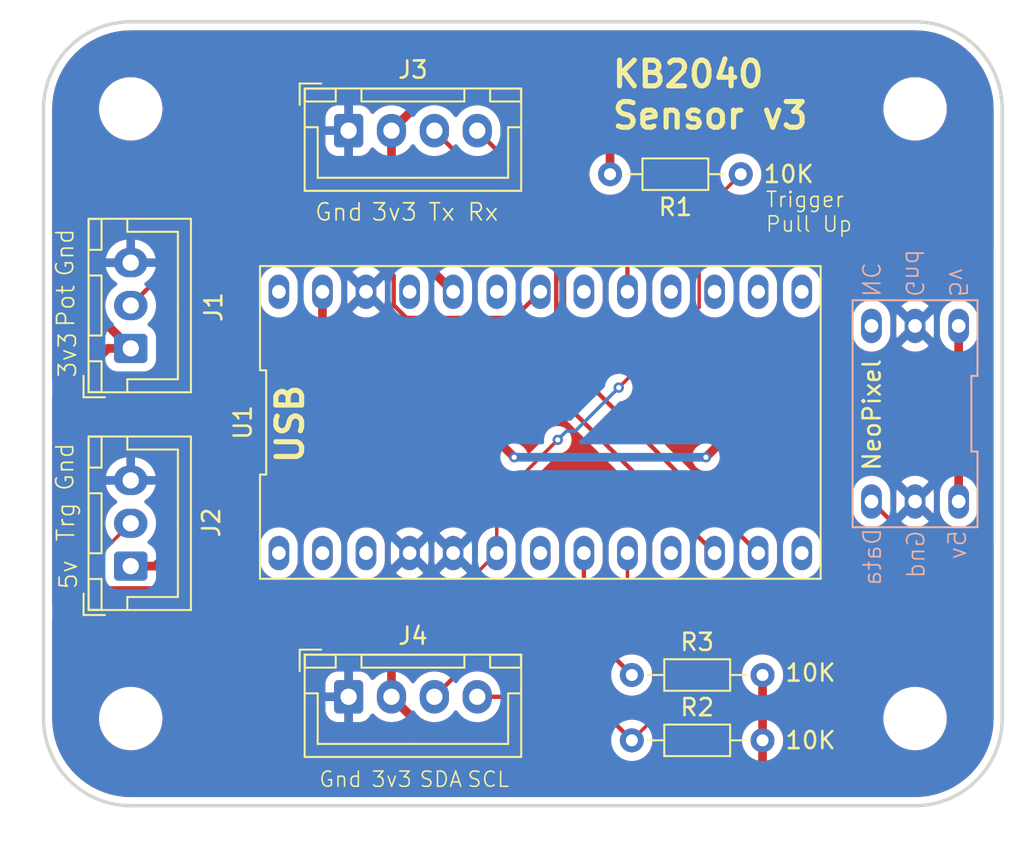
<source format=kicad_pcb>
(kicad_pcb (version 20240108) (generator "pcbnew") (generator_version "8.0")
  (layers (0 "F.Cu" signal) (31 "B.Cu" signal) (34 "B.Paste" user) (35 "F.Paste" user) (36 "B.SilkS" user "B.Silkscreen") (37 "F.SilkS" user "F.Silkscreen") (38 "B.Mask" user) (39 "F.Mask" user) (44 "Edge.Cuts" user))
  (net 0 "")
  (net 1 "Distance_Pot")
  (net 2 "GND")
  (net 3 "+3V3")
  (net 4 "+5V")
  (net 5 "Trigger_Out")
  (net 6 "TX")
  (net 7 "RX")
  (net 8 "SCL")
  (net 9 "SDA")
  (net 10 "NeoPixel_Data")
  (footprint "Resistor_THT:R_Axial_DIN0204_L3.6mm_D1.6mm_P7.62mm_Horizontal" (layer "F.Cu") (at 175.26 80.01 180)
    (property "Reference" "R1" (at 3.81 -1.92 0) (layer "F.SilkS"))
    (property "Value" "10K" (at -2.794 0 0) (layer "F.SilkS"))
    (fp_line (start 6.68 0) (end 5.73 0) (stroke (width 0.12)) (layer "F.SilkS"))
    (fp_line (start 5.73 0.92) (end 5.73 -0.92) (stroke (width 0.12)) (layer "F.SilkS"))
    (fp_line (start 5.73 -0.92) (end 1.89 -0.92) (stroke (width 0.12)) (layer "F.SilkS"))
    (fp_line (start 1.89 0.92) (end 5.73 0.92) (stroke (width 0.12)) (layer "F.SilkS"))
    (fp_line (start 1.89 -0.92) (end 1.89 0.92) (stroke (width 0.12)) (layer "F.SilkS"))
    (fp_line (start 0.94 0) (end 1.89 0) (stroke (width 0.12)) (layer "F.SilkS"))
    (pad "1" thru_hole circle (at 0 0 180) (size 1.4 1.4) (drill 0.7) (layers "*.Cu" "*.Mask") (net 5 "Trigger_Out"))
    (pad "2" thru_hole oval (at 7.62 0 180) (size 1.4 1.4) (drill 0.7) (layers "*.Cu" "*.Mask") (net 3 "+3V3"))
  )
  (footprint "MountingHole:MountingHole_3.2mm_M3" (layer "F.Cu") (at 185.42 111.76)
    (property "Reference" "H4" (hide yes))
    (property "Value" "MountingHole")
    (pad "" np_thru_hole circle (at 0 0) (size 3.2 3.2) (drill 3.2) (layers "*.Cu" "*.Mask"))
  )
  (footprint "MountingHole:MountingHole_3.2mm_M3" (layer "F.Cu") (at 139.7 76.2)
    (property "Reference" "H1" (hide yes))
    (property "Value" "MountingHole")
    (pad "" np_thru_hole circle (at 0 0) (size 3.2 3.2) (drill 3.2) (layers "*.Cu" "*.Mask"))
  )
  (footprint "Connector_JST:JST_XH_B3B-XH-A_1x03_P2.50mm_Vertical" (layer "F.Cu") (at 139.7 102.87 90)
    (property "Reference" "J2" (at 2.54 4.699 -90) (layer "F.SilkS"))
    (property "Value" "Power In Signal Out")
    (fp_line (start -1.6 -2.75) (end -2.85 -2.75) (stroke (width 0.12)) (layer "F.SilkS"))
    (fp_line (start -2.85 -2.75) (end -2.85 -1.5) (stroke (width 0.12)) (layer "F.SilkS"))
    (fp_line (start 7.56 -2.46) (end -2.56 -2.46) (stroke (width 0.12)) (layer "F.SilkS"))
    (fp_line (start -2.56 -2.46) (end -2.56 3.51) (stroke (width 0.12)) (layer "F.SilkS"))
    (fp_line (start 7.55 -2.45) (end 5.75 -2.45) (stroke (width 0.12)) (layer "F.SilkS"))
    (fp_line (start 5.75 -2.45) (end 5.75 -1.7) (stroke (width 0.12)) (layer "F.SilkS"))
    (fp_line (start 4.25 -2.45) (end 0.75 -2.45) (stroke (width 0.12)) (layer "F.SilkS"))
    (fp_line (start 0.75 -2.45) (end 0.75 -1.7) (stroke (width 0.12)) (layer "F.SilkS"))
    (fp_line (start -0.75 -2.45) (end -2.55 -2.45) (stroke (width 0.12)) (layer "F.SilkS"))
    (fp_line (start -2.55 -2.45) (end -2.55 -1.7) (stroke (width 0.12)) (layer "F.SilkS"))
    (fp_line (start 7.55 -1.7) (end 7.55 -2.45) (stroke (width 0.12)) (layer "F.SilkS"))
    (fp_line (start 5.75 -1.7) (end 7.55 -1.7) (stroke (width 0.12)) (layer "F.SilkS"))
    (fp_line (start 4.25 -1.7) (end 4.25 -2.45) (stroke (width 0.12)) (layer "F.SilkS"))
    (fp_line (start 0.75 -1.7) (end 4.25 -1.7) (stroke (width 0.12)) (layer "F.SilkS"))
    (fp_line (start -0.75 -1.7) (end -0.75 -2.45) (stroke (width 0.12)) (layer "F.SilkS"))
    (fp_line (start -2.55 -1.7) (end -0.75 -1.7) (stroke (width 0.12)) (layer "F.SilkS"))
    (fp_line (start 7.55 -0.2) (end 6.8 -0.2) (stroke (width 0.12)) (layer "F.SilkS"))
    (fp_line (start 6.8 -0.2) (end 6.8 2.75) (stroke (width 0.12)) (layer "F.SilkS"))
    (fp_line (start -1.8 -0.2) (end -1.8 2.75) (stroke (width 0.12)) (layer "F.SilkS"))
    (fp_line (start -2.55 -0.2) (end -1.8 -0.2) (stroke (width 0.12)) (layer "F.SilkS"))
    (fp_line (start 6.8 2.75) (end 2.5 2.75) (stroke (width 0.12)) (layer "F.SilkS"))
    (fp_line (start -1.8 2.75) (end 2.5 2.75) (stroke (width 0.12)) (layer "F.SilkS"))
    (fp_line (start 7.56 3.51) (end 7.56 -2.46) (stroke (width 0.12)) (layer "F.SilkS"))
    (fp_line (start -2.56 3.51) (end 7.56 3.51) (stroke (width 0.12)) (layer "F.SilkS"))
    (pad "1" thru_hole roundrect (at 0 0 90) (size 1.7 1.95) (drill 0.95) (layers "*.Cu" "*.Mask") (roundrect_rratio 0.147059) (net 4 "+5V"))
    (pad "2" thru_hole oval (at 2.5 0 90) (size 1.7 1.95) (drill 0.95) (layers "*.Cu" "*.Mask") (net 5 "Trigger_Out"))
    (pad "3" thru_hole oval (at 5 0 90) (size 1.7 1.95) (drill 0.95) (layers "*.Cu" "*.Mask") (net 2 "GND"))
  )
  (footprint "Connector_JST:JST_XH_B4B-XH-A_1x04_P2.50mm_Vertical" (layer "F.Cu") (at 152.4 110.49)
    (property "Reference" "J4" (at 3.75 -3.55 0) (layer "F.SilkS"))
    (property "Value" "Conn_01x04_Pin")
    (fp_line (start -2.85 -2.75) (end -2.85 -1.5) (stroke (width 0.12)) (layer "F.SilkS"))
    (fp_line (start -2.56 -2.46) (end -2.56 3.51) (stroke (width 0.12)) (layer "F.SilkS"))
    (fp_line (start -2.56 3.51) (end 10.06 3.51) (stroke (width 0.12)) (layer "F.SilkS"))
    (fp_line (start -2.55 -2.45) (end -2.55 -1.7) (stroke (width 0.12)) (layer "F.SilkS"))
    (fp_line (start -2.55 -1.7) (end -0.75 -1.7) (stroke (width 0.12)) (layer "F.SilkS"))
    (fp_line (start -2.55 -0.2) (end -1.8 -0.2) (stroke (width 0.12)) (layer "F.SilkS"))
    (fp_line (start -1.8 -0.2) (end -1.8 2.75) (stroke (width 0.12)) (layer "F.SilkS"))
    (fp_line (start -1.8 2.75) (end 3.75 2.75) (stroke (width 0.12)) (layer "F.SilkS"))
    (fp_line (start -1.6 -2.75) (end -2.85 -2.75) (stroke (width 0.12)) (layer "F.SilkS"))
    (fp_line (start -0.75 -2.45) (end -2.55 -2.45) (stroke (width 0.12)) (layer "F.SilkS"))
    (fp_line (start -0.75 -1.7) (end -0.75 -2.45) (stroke (width 0.12)) (layer "F.SilkS"))
    (fp_line (start 0.75 -2.45) (end 0.75 -1.7) (stroke (width 0.12)) (layer "F.SilkS"))
    (fp_line (start 0.75 -1.7) (end 6.75 -1.7) (stroke (width 0.12)) (layer "F.SilkS"))
    (fp_line (start 6.75 -2.45) (end 0.75 -2.45) (stroke (width 0.12)) (layer "F.SilkS"))
    (fp_line (start 6.75 -1.7) (end 6.75 -2.45) (stroke (width 0.12)) (layer "F.SilkS"))
    (fp_line (start 8.25 -2.45) (end 8.25 -1.7) (stroke (width 0.12)) (layer "F.SilkS"))
    (fp_line (start 8.25 -1.7) (end 10.05 -1.7) (stroke (width 0.12)) (layer "F.SilkS"))
    (fp_line (start 9.3 -0.2) (end 9.3 2.75) (stroke (width 0.12)) (layer "F.SilkS"))
    (fp_line (start 9.3 2.75) (end 3.75 2.75) (stroke (width 0.12)) (layer "F.SilkS"))
    (fp_line (start 10.05 -2.45) (end 8.25 -2.45) (stroke (width 0.12)) (layer "F.SilkS"))
    (fp_line (start 10.05 -1.7) (end 10.05 -2.45) (stroke (width 0.12)) (layer "F.SilkS"))
    (fp_line (start 10.05 -0.2) (end 9.3 -0.2) (stroke (width 0.12)) (layer "F.SilkS"))
    (fp_line (start 10.06 -2.46) (end -2.56 -2.46) (stroke (width 0.12)) (layer "F.SilkS"))
    (fp_line (start 10.06 3.51) (end 10.06 -2.46) (stroke (width 0.12)) (layer "F.SilkS"))
    (pad "1" thru_hole roundrect (at 0 0) (size 1.7 1.95) (drill 0.95) (layers "*.Cu" "*.Mask") (roundrect_rratio 0.147059) (net 2 "GND"))
    (pad "2" thru_hole oval (at 2.5 0) (size 1.7 1.95) (drill 0.95) (layers "*.Cu" "*.Mask") (net 3 "+3V3"))
    (pad "3" thru_hole oval (at 5 0) (size 1.7 1.95) (drill 0.95) (layers "*.Cu" "*.Mask") (net 9 "SDA"))
    (pad "4" thru_hole oval (at 7.5 0) (size 1.7 1.95) (drill 0.95) (layers "*.Cu" "*.Mask") (net 8 "SCL"))
  )
  (footprint "Resistor_THT:R_Axial_DIN0204_L3.6mm_D1.6mm_P7.62mm_Horizontal" (layer "F.Cu") (at 168.91 113.03)
    (property "Reference" "R2" (at 3.81 -1.92 0) (layer "F.SilkS"))
    (property "Value" "10K" (at 10.414 0 0) (layer "F.SilkS"))
    (fp_line (start 0.94 0) (end 1.89 0) (stroke (width 0.12)) (layer "F.SilkS"))
    (fp_line (start 1.89 -0.92) (end 1.89 0.92) (stroke (width 0.12)) (layer "F.SilkS"))
    (fp_line (start 1.89 0.92) (end 5.73 0.92) (stroke (width 0.12)) (layer "F.SilkS"))
    (fp_line (start 5.73 -0.92) (end 1.89 -0.92) (stroke (width 0.12)) (layer "F.SilkS"))
    (fp_line (start 5.73 0.92) (end 5.73 -0.92) (stroke (width 0.12)) (layer "F.SilkS"))
    (fp_line (start 6.68 0) (end 5.73 0) (stroke (width 0.12)) (layer "F.SilkS"))
    (pad "1" thru_hole circle (at 0 0) (size 1.4 1.4) (drill 0.7) (layers "*.Cu" "*.Mask") (net 8 "SCL"))
    (pad "2" thru_hole oval (at 7.62 0) (size 1.4 1.4) (drill 0.7) (layers "*.Cu" "*.Mask") (net 3 "+3V3"))
  )
  (footprint "Connector_JST:JST_XH_B4B-XH-A_1x04_P2.50mm_Vertical" (layer "F.Cu") (at 152.4 77.47)
    (property "Reference" "J3" (at 3.75 -3.55 0) (layer "F.SilkS"))
    (property "Value" "Conn_01x04_Pin")
    (fp_line (start -2.85 -2.75) (end -2.85 -1.5) (stroke (width 0.12)) (layer "F.SilkS"))
    (fp_line (start -2.56 -2.46) (end -2.56 3.51) (stroke (width 0.12)) (layer "F.SilkS"))
    (fp_line (start -2.56 3.51) (end 10.06 3.51) (stroke (width 0.12)) (layer "F.SilkS"))
    (fp_line (start -2.55 -2.45) (end -2.55 -1.7) (stroke (width 0.12)) (layer "F.SilkS"))
    (fp_line (start -2.55 -1.7) (end -0.75 -1.7) (stroke (width 0.12)) (layer "F.SilkS"))
    (fp_line (start -2.55 -0.2) (end -1.8 -0.2) (stroke (width 0.12)) (layer "F.SilkS"))
    (fp_line (start -1.8 -0.2) (end -1.8 2.75) (stroke (width 0.12)) (layer "F.SilkS"))
    (fp_line (start -1.8 2.75) (end 3.75 2.75) (stroke (width 0.12)) (layer "F.SilkS"))
    (fp_line (start -1.6 -2.75) (end -2.85 -2.75) (stroke (width 0.12)) (layer "F.SilkS"))
    (fp_line (start -0.75 -2.45) (end -2.55 -2.45) (stroke (width 0.12)) (layer "F.SilkS"))
    (fp_line (start -0.75 -1.7) (end -0.75 -2.45) (stroke (width 0.12)) (layer "F.SilkS"))
    (fp_line (start 0.75 -2.45) (end 0.75 -1.7) (stroke (width 0.12)) (layer "F.SilkS"))
    (fp_line (start 0.75 -1.7) (end 6.75 -1.7) (stroke (width 0.12)) (layer "F.SilkS"))
    (fp_line (start 6.75 -2.45) (end 0.75 -2.45) (stroke (width 0.12)) (layer "F.SilkS"))
    (fp_line (start 6.75 -1.7) (end 6.75 -2.45) (stroke (width 0.12)) (layer "F.SilkS"))
    (fp_line (start 8.25 -2.45) (end 8.25 -1.7) (stroke (width 0.12)) (layer "F.SilkS"))
    (fp_line (start 8.25 -1.7) (end 10.05 -1.7) (stroke (width 0.12)) (layer "F.SilkS"))
    (fp_line (start 9.3 -0.2) (end 9.3 2.75) (stroke (width 0.12)) (layer "F.SilkS"))
    (fp_line (start 9.3 2.75) (end 3.75 2.75) (stroke (width 0.12)) (layer "F.SilkS"))
    (fp_line (start 10.05 -2.45) (end 8.25 -2.45) (stroke (width 0.12)) (layer "F.SilkS"))
    (fp_line (start 10.05 -1.7) (end 10.05 -2.45) (stroke (width 0.12)) (layer "F.SilkS"))
    (fp_line (start 10.05 -0.2) (end 9.3 -0.2) (stroke (width 0.12)) (layer "F.SilkS"))
    (fp_line (start 10.06 -2.46) (end -2.56 -2.46) (stroke (width 0.12)) (layer "F.SilkS"))
    (fp_line (start 10.06 3.51) (end 10.06 -2.46) (stroke (width 0.12)) (layer "F.SilkS"))
    (pad "1" thru_hole roundrect (at 0 0) (size 1.7 1.95) (drill 0.95) (layers "*.Cu" "*.Mask") (roundrect_rratio 0.147059) (net 2 "GND"))
    (pad "2" thru_hole oval (at 2.5 0) (size 1.7 1.95) (drill 0.95) (layers "*.Cu" "*.Mask") (net 3 "+3V3"))
    (pad "3" thru_hole oval (at 5 0) (size 1.7 1.95) (drill 0.95) (layers "*.Cu" "*.Mask") (net 6 "TX"))
    (pad "4" thru_hole oval (at 7.5 0) (size 1.7 1.95) (drill 0.95) (layers "*.Cu" "*.Mask") (net 7 "RX"))
  )
  (footprint "MountingHole:MountingHole_3.2mm_M3" (layer "F.Cu") (at 139.7 111.76)
    (property "Reference" "H3" (hide yes))
    (property "Value" "MountingHole")
    (pad "" np_thru_hole circle (at 0 0) (size 3.2 3.2) (drill 3.2) (layers "*.Cu" "*.Mask"))
  )
  (footprint "Connector_JST:JST_XH_B3B-XH-A_1x03_P2.50mm_Vertical" (layer "F.Cu") (at 139.7 90.17 90)
    (property "Reference" "J1" (at 2.413 4.826 -90) (layer "F.SilkS"))
    (property "Value" "Potentiometer")
    (fp_line (start -1.6 -2.75) (end -2.85 -2.75) (stroke (width 0.12)) (layer "F.SilkS"))
    (fp_line (start -2.85 -2.75) (end -2.85 -1.5) (stroke (width 0.12)) (layer "F.SilkS"))
    (fp_line (start 7.56 -2.46) (end -2.56 -2.46) (stroke (width 0.12)) (layer "F.SilkS"))
    (fp_line (start -2.56 -2.46) (end -2.56 3.51) (stroke (width 0.12)) (layer "F.SilkS"))
    (fp_line (start 7.55 -2.45) (end 5.75 -2.45) (stroke (width 0.12)) (layer "F.SilkS"))
    (fp_line (start 5.75 -2.45) (end 5.75 -1.7) (stroke (width 0.12)) (layer "F.SilkS"))
    (fp_line (start 4.25 -2.45) (end 0.75 -2.45) (stroke (width 0.12)) (layer "F.SilkS"))
    (fp_line (start 0.75 -2.45) (end 0.75 -1.7) (stroke (width 0.12)) (layer "F.SilkS"))
    (fp_line (start -0.75 -2.45) (end -2.55 -2.45) (stroke (width 0.12)) (layer "F.SilkS"))
    (fp_line (start -2.55 -2.45) (end -2.55 -1.7) (stroke (width 0.12)) (layer "F.SilkS"))
    (fp_line (start 7.55 -1.7) (end 7.55 -2.45) (stroke (width 0.12)) (layer "F.SilkS"))
    (fp_line (start 5.75 -1.7) (end 7.55 -1.7) (stroke (width 0.12)) (layer "F.SilkS"))
    (fp_line (start 4.25 -1.7) (end 4.25 -2.45) (stroke (width 0.12)) (layer "F.SilkS"))
    (fp_line (start 0.75 -1.7) (end 4.25 -1.7) (stroke (width 0.12)) (layer "F.SilkS"))
    (fp_line (start -0.75 -1.7) (end -0.75 -2.45) (stroke (width 0.12)) (layer "F.SilkS"))
    (fp_line (start -2.55 -1.7) (end -0.75 -1.7) (stroke (width 0.12)) (layer "F.SilkS"))
    (fp_line (start 7.55 -0.2) (end 6.8 -0.2) (stroke (width 0.12)) (layer "F.SilkS"))
    (fp_line (start 6.8 -0.2) (end 6.8 2.75) (stroke (width 0.12)) (layer "F.SilkS"))
    (fp_line (start -1.8 -0.2) (end -1.8 2.75) (stroke (width 0.12)) (layer "F.SilkS"))
    (fp_line (start -2.55 -0.2) (end -1.8 -0.2) (stroke (width 0.12)) (layer "F.SilkS"))
    (fp_line (start 6.8 2.75) (end 2.5 2.75) (stroke (width 0.12)) (layer "F.SilkS"))
    (fp_line (start -1.8 2.75) (end 2.5 2.75) (stroke (width 0.12)) (layer "F.SilkS"))
    (fp_line (start 7.56 3.51) (end 7.56 -2.46) (stroke (width 0.12)) (layer "F.SilkS"))
    (fp_line (start -2.56 3.51) (end 7.56 3.51) (stroke (width 0.12)) (layer "F.SilkS"))
    (pad "1" thru_hole roundrect (at 0 0 90) (size 1.7 1.95) (drill 0.95) (layers "*.Cu" "*.Mask") (roundrect_rratio 0.147059) (net 3 "+3V3"))
    (pad "2" thru_hole oval (at 2.5 0 90) (size 1.7 1.95) (drill 0.95) (layers "*.Cu" "*.Mask") (net 1 "Distance_Pot"))
    (pad "3" thru_hole oval (at 5 0 90) (size 1.7 1.95) (drill 0.95) (layers "*.Cu" "*.Mask") (net 2 "GND"))
  )
  (footprint "Resistor_THT:R_Axial_DIN0204_L3.6mm_D1.6mm_P7.62mm_Horizontal" (layer "F.Cu") (at 168.91 109.22)
    (property "Reference" "R3" (at 3.81 -1.92 0) (layer "F.SilkS"))
    (property "Value" "10K" (at 10.414 -0.127 0) (layer "F.SilkS"))
    (fp_line (start 0.94 0) (end 1.89 0) (stroke (width 0.12)) (layer "F.SilkS"))
    (fp_line (start 1.89 -0.92) (end 1.89 0.92) (stroke (width 0.12)) (layer "F.SilkS"))
    (fp_line (start 1.89 0.92) (end 5.73 0.92) (stroke (width 0.12)) (layer "F.SilkS"))
    (fp_line (start 5.73 -0.92) (end 1.89 -0.92) (stroke (width 0.12)) (layer "F.SilkS"))
    (fp_line (start 5.73 0.92) (end 5.73 -0.92) (stroke (width 0.12)) (layer "F.SilkS"))
    (fp_line (start 6.68 0) (end 5.73 0) (stroke (width 0.12)) (layer "F.SilkS"))
    (pad "1" thru_hole circle (at 0 0) (size 1.4 1.4) (drill 0.7) (layers "*.Cu" "*.Mask") (net 9 "SDA"))
    (pad "2" thru_hole oval (at 7.62 0) (size 1.4 1.4) (drill 0.7) (layers "*.Cu" "*.Mask") (net 3 "+3V3"))
  )
  (footprint "MountingHole:MountingHole_3.2mm_M3" (layer "F.Cu") (at 185.42 76.2)
    (property "Reference" "H2" (hide yes))
    (property "Value" "MountingHole")
    (pad "" np_thru_hole circle (at 0 0) (size 3.2 3.2) (drill 3.2) (layers "*.Cu" "*.Mask"))
  )
  (footprint "Footprints:Adafruit KB2040" (layer "F.Cu") (at 163.576 94.488)
    (property "Reference" "U1" (at -17.34 0 90) (layer "F.SilkS"))
    (property "Value" "~")
    (fp_line (start -16.34 -9.12) (end -16.34 -3.04) (stroke (width 0.12)) (layer "F.SilkS"))
    (fp_line (start -16.34 -3.04) (end -15.98 -3.04) (stroke (width 0.12)) (layer "F.SilkS"))
    (fp_line (start -16.34 3.039999) (end -16.34 9.119999) (stroke (width 0.12)) (layer "F.SilkS"))
    (fp_line (start -16.34 9.119999) (end 16.34 9.12) (stroke (width 0.12)) (layer "F.SilkS"))
    (fp_line (start -15.98 -3.04) (end -15.98 3.039999) (stroke (width 0.12)) (layer "F.SilkS"))
    (fp_line (start -15.98 3.039999) (end -16.34 3.039999) (stroke (width 0.12)) (layer "F.SilkS"))
    (fp_line (start 16.34 -9.119999) (end -16.34 -9.12) (stroke (width 0.12)) (layer "F.SilkS"))
    (fp_line (start 16.34 9.12) (end 16.34 -9.119999) (stroke (width 0.12)) (layer "F.SilkS"))
    (pad "1" thru_hole oval (at -15.24 7.62) (size 1.2 2) (drill 0.8) (layers "*.Cu" "*.Mask"))
    (pad "2" thru_hole oval (at -12.7 7.62) (size 1.2 2) (drill 0.8) (layers "*.Cu" "*.Mask"))
    (pad "3" thru_hole oval (at -10.16 7.62) (size 1.2 2) (drill 0.8) (layers "*.Cu" "*.Mask"))
    (pad "4" thru_hole oval (at -7.62 7.62) (size 1.2 2) (drill 0.8) (layers "*.Cu" "*.Mask") (net 2 "GND"))
    (pad "5" thru_hole oval (at -5.08 7.62) (size 1.2 2) (drill 0.8) (layers "*.Cu" "*.Mask") (net 2 "GND"))
    (pad "6" thru_hole oval (at -2.54 7.62) (size 1.2 2) (drill 0.8) (layers "*.Cu" "*.Mask") (net 5 "Trigger_Out"))
    (pad "7" thru_hole oval (at 0 7.62) (size 1.2 2) (drill 0.8) (layers "*.Cu" "*.Mask"))
    (pad "8" thru_hole oval (at 2.54 7.62) (size 1.2 2) (drill 0.8) (layers "*.Cu" "*.Mask") (net 9 "SDA"))
    (pad "9" thru_hole oval (at 5.08 7.62) (size 1.2 2) (drill 0.8) (layers "*.Cu" "*.Mask") (net 8 "SCL"))
    (pad "10" thru_hole oval (at 7.62 7.62) (size 1.2 2) (drill 0.8) (layers "*.Cu" "*.Mask"))
    (pad "11" thru_hole oval (at 10.16 7.62) (size 1.2 2) (drill 0.8) (layers "*.Cu" "*.Mask") (net 6 "TX"))
    (pad "12" thru_hole oval (at 12.7 7.62) (size 1.2 2) (drill 0.8) (layers "*.Cu" "*.Mask") (net 7 "RX"))
    (pad "13" thru_hole oval (at 15.24 7.62) (size 1.2 2) (drill 0.8) (layers "*.Cu" "*.Mask"))
    (pad "14" thru_hole oval (at 15.24 -7.62) (size 1.2 2) (drill 0.8) (layers "*.Cu" "*.Mask"))
    (pad "15" thru_hole oval (at 12.7 -7.62) (size 1.2 2) (drill 0.8) (layers "*.Cu" "*.Mask"))
    (pad "16" thru_hole oval (at 10.16 -7.62) (size 1.2 2) (drill 0.8) (layers "*.Cu" "*.Mask"))
    (pad "17" thru_hole oval (at 7.62 -7.62) (size 1.2 2) (drill 0.8) (layers "*.Cu" "*.Mask"))
    (pad "18" thru_hole oval (at 5.08 -7.62) (size 1.2 2) (drill 0.8) (layers "*.Cu" "*.Mask") (net 10 "NeoPixel_Data"))
    (pad "19" thru_hole oval (at 2.54 -7.62) (size 1.2 2) (drill 0.8) (layers "*.Cu" "*.Mask"))
    (pad "20" thru_hole oval (at 0 -7.62) (size 1.2 2) (drill 0.8) (layers "*.Cu" "*.Mask") (net 1 "Distance_Pot"))
    (pad "21" thru_hole oval (at -2.54 -7.62) (size 1.2 2) (drill 0.8) (layers "*.Cu" "*.Mask"))
    (pad "22" thru_hole oval (at -5.08 -7.62) (size 1.2 2) (drill 0.8) (layers "*.Cu" "*.Mask") (net 3 "+3V3"))
    (pad "23" thru_hole oval (at -7.62 -7.62) (size 1.2 2) (drill 0.8) (layers "*.Cu" "*.Mask"))
    (pad "24" thru_hole oval (at -10.16 -7.62) (size 1.2 2) (drill 0.8) (layers "*.Cu" "*.Mask") (net 2 "GND"))
    (pad "25" thru_hole oval (at -12.7 -7.62) (size 1.2 2) (drill 0.8) (layers "*.Cu" "*.Mask") (net 4 "+5V"))
    (pad "26" thru_hole oval (at -15.24 -7.62) (size 1.2 2) (drill 0.8) (layers "*.Cu" "*.Mask"))
  )
  (footprint "Footprints:NeoPixel_Breadboard" (layer "B.Cu") (at 185.42 93.98 180)
    (property "Reference" "U2")
    (property "Value" "~")
    (fp_line (start 3.64 6.62) (end 3.639999 -6.62) (stroke (width 0.12)) (layer "B.SilkS"))
    (fp_line (start 3.639999 -6.62) (end -3.64 -6.62) (stroke (width 0.12)) (layer "B.SilkS"))
    (fp_line (start -3.28 2.206666) (end -3.64 2.206666) (stroke (width 0.12)) (layer "B.SilkS"))
    (fp_line (start -3.28 -2.206666) (end -3.28 2.206666) (stroke (width 0.12)) (layer "B.SilkS"))
    (fp_line (start -3.639999 6.62) (end 3.64 6.62) (stroke (width 0.12)) (layer "B.SilkS"))
    (fp_line (start -3.64 2.206666) (end -3.639999 6.62) (stroke (width 0.12)) (layer "B.SilkS"))
    (fp_line (start -3.64 -2.206666) (end -3.28 -2.206666) (stroke (width 0.12)) (layer "B.SilkS"))
    (fp_line (start -3.64 -6.62) (end -3.64 -2.206666) (stroke (width 0.12)) (layer "B.SilkS"))
    (pad "1" thru_hole oval (at -2.54 -5.12 180) (size 1.2 2) (drill 0.8) (layers "*.Cu" "*.Mask") (net 4 "+5V"))
    (pad "2" thru_hole oval (at 0 -5.12 180) (size 1.2 2) (drill 0.8) (layers "*.Cu" "*.Mask") (net 2 "GND"))
    (pad "3" thru_hole oval (at 2.54 -5.12 180) (size 1.2 2) (drill 0.8) (layers "*.Cu" "*.Mask") (net 10 "NeoPixel_Data"))
    (pad "4" thru_hole oval (at 2.54 5.12 180) (size 1.2 2) (drill 0.8) (layers "*.Cu" "*.Mask"))
    (pad "5" thru_hole oval (at 0 5.12 180) (size 1.2 2) (drill 0.8) (layers "*.Cu" "*.Mask") (net 2 "GND"))
    (pad "6" thru_hole oval (at -2.54 5.12 180) (size 1.2 2) (drill 0.8) (layers "*.Cu" "*.Mask") (net 4 "+5V"))
  )
  (gr_arc (start 139.7 116.84) (mid 136.107898 115.352102) (end 134.62 111.76) (stroke (width 0.2)) (layer "Edge.Cuts"))
  (gr_arc (start 134.62 76.2) (mid 136.107898 72.607898) (end 139.7 71.12) (stroke (width 0.2)) (layer "Edge.Cuts"))
  (gr_arc (start 190.5 111.76) (mid 189.012102 115.352102) (end 185.42 116.84) (stroke (width 0.2)) (layer "Edge.Cuts"))
  (gr_line (start 139.7 71.12) (end 185.42 71.12) (stroke (width 0.2)) (layer "Edge.Cuts"))
  (gr_line (start 185.42 116.84) (end 139.7 116.84) (stroke (width 0.2)) (layer "Edge.Cuts"))
  (gr_line (start 134.62 111.76) (end 134.62 76.2) (stroke (width 0.2)) (layer "Edge.Cuts"))
  (gr_arc (start 185.42 71.12) (mid 189.012102 72.607898) (end 190.5 76.2) (stroke (width 0.2)) (layer "Edge.Cuts"))
  (gr_line (start 190.5 76.2) (end 190.5 111.76) (stroke (width 0.2)) (layer "Edge.Cuts"))
  (gr_text "5v" (at 188.468 100.711 90) (layer "B.SilkS") (effects (font (size 1 1) (thickness 0.1)) (justify left bottom mirror)))
  (gr_text "Data" (at 183.515 100.584 90) (layer "B.SilkS") (effects (font (size 1 1) (thickness 0.1)) (justify left bottom mirror)))
  (gr_text "Gnd" (at 186.055 100.711 90) (layer "B.SilkS") (effects (font (size 1 1) (thickness 0.1)) (justify left bottom mirror)))
  (gr_text "5v" (at 187.325 87.249 -90) (layer "B.SilkS") (effects (font (size 1 1) (thickness 0.1)) (justify left bottom mirror)))
  (gr_text "NC" (at 182.245 87.249 270) (layer "B.SilkS") (effects (font (size 1 1) (thickness 0.1)) (justify left bottom mirror)))
  (gr_text "Gnd" (at 184.785 87.249 -90) (layer "B.SilkS") (effects (font (size 1 1) (thickness 0.1)) (justify left bottom mirror)))
  (gr_text "3v3" (at 153.67 82.804 0) (layer "F.SilkS") (effects (font (size 1 1) (thickness 0.1)) (justify left bottom)))
  (gr_text "USB" (at 149.86 97.028 90) (layer "F.SilkS") (effects (font (size 1.5 1.5) (thickness 0.3) (bold yes)) (justify left bottom)))
  (gr_text "Gnd" (at 136.4488 98.552 90) (layer "F.SilkS") (effects (font (size 1 1) (thickness 0.1)) (justify left bottom)))
  (gr_text "Tx" (at 156.972 82.804 0) (layer "F.SilkS") (effects (font (size 1 1) (thickness 0.1)) (justify left bottom)))
  (gr_text "SDA" (at 156.464 115.824 0) (layer "F.SilkS") (effects (font (size 0.889 0.889) (thickness 0.0889)) (justify left bottom)))
  (gr_text "3v3" (at 136.6012 91.948 90) (layer "F.SilkS") (effects (font (size 1 1) (thickness 0.1)) (justify left bottom)))
  (gr_text "Rx" (at 159.258 82.804 0) (layer "F.SilkS") (effects (font (size 1 1) (thickness 0.1)) (justify left bottom)))
  (gr_text "KB2040\nSensor v3" (at 167.64 77.47 0) (layer "F.SilkS") (effects (font (size 1.5 1.5) (thickness 0.3) (bold yes)) (justify left bottom)))
  (gr_text "Trg" (at 136.4996 101.4984 90) (layer "F.SilkS") (effects (font (size 1 1) (thickness 0.1)) (justify left bottom)))
  (gr_text "3v3" (at 153.67 115.824 0) (layer "F.SilkS") (effects (font (size 0.889 0.889) (thickness 0.0889)) (justify left bottom)))
  (gr_text "Trigger \nPull Up" (at 176.657 83.439 0) (layer "F.SilkS") (effects (font (size 0.889 0.889) (thickness 0.0889)) (justify left bottom)))
  (gr_text "Gnd" (at 150.368 82.804 0) (layer "F.SilkS") (effects (font (size 1 1) (thickness 0.1)) (justify left bottom)))
  (gr_text "Pot" (at 136.4996 89.0016 90) (layer "F.SilkS") (effects (font (size 1 1) (thickness 0.1)) (justify left bottom)))
  (gr_text "5v" (at 136.652 104.2924 90) (layer "F.SilkS") (effects (font (size 1 1) (thickness 0.1)) (justify left bottom)))
  (gr_text "NeoPixel" (at 183.4896 97.3836 90) (layer "F.SilkS") (effects (font (size 1 1)) (justify left bottom)))
  (gr_text "SCL" (at 159.258 115.824 0) (layer "F.SilkS") (effects (font (size 0.889 0.889) (thickness 0.0889)) (justify left bottom)))
  (gr_text "Gnd" (at 136.4488 86.0552 90) (layer "F.SilkS") (effects (font (size 1 1) (thickness 0.1)) (justify left bottom)))
  (gr_text "Gnd" (at 150.622 115.824 0) (layer "F.SilkS") (effects (font (size 0.889 0.889) (thickness 0.0889)) (justify left bottom)))
  (segment (start 143.042 84.328) (end 153.416 84.328) (width 0.254) (layer "F.Cu") (net 1))
  (segment (start 155.769024 88.392) (end 162.052 88.392) (width 0.254) (layer "F.Cu") (net 1))
  (segment (start 162.052 88.392) (end 163.576 86.868) (width 0.254) (layer "F.Cu") (net 1))
  (segment (start 139.7 87.67) (end 143.042 84.328) (width 0.254) (layer "F.Cu") (net 1))
  (segment (start 153.416 84.328) (end 155.029 85.941) (width 0.254) (layer "F.Cu") (net 1))
  (segment (start 155.029 85.941) (end 155.029 87.651976) (width 0.254) (layer "F.Cu") (net 1))
  (segment (start 155.029 87.651976) (end 155.769024 88.392) (width 0.254) (layer "F.Cu") (net 1))
  (segment (start 167.64 76.708) (end 165.1 74.168) (width 0.508) (layer "F.Cu") (net 3))
  (segment (start 157.48 74.168) (end 156.972 74.676) (width 0.508) (layer "F.Cu") (net 3))
  (segment (start 176.276 114.808) (end 176.53 114.554) (width 0.508) (layer "F.Cu") (net 3))
  (segment (start 153.3652 81.7372) (end 152.4 81.7372) (width 0.508) (layer "F.Cu") (net 3))
  (segment (start 158.496 86.868) (end 153.3652 81.7372) (width 0.508) (layer "F.Cu") (net 3))
  (segment (start 154.0256 106.9848) (end 137.3632 106.9848) (width 0.508) (layer "F.Cu") (net 3))
  (segment (start 167.64 80.01) (end 167.64 76.708) (width 0.508) (layer "F.Cu") (net 3))
  (segment (start 154.9 107.8592) (end 154.0256 106.9848) (width 0.508) (layer "F.Cu") (net 3))
  (segment (start 176.53 109.22) (end 176.53 113.03) (width 0.508) (layer "F.Cu") (net 3))
  (segment (start 152.4 81.7372) (end 138.1252 81.7372) (width 0.508) (layer "F.Cu") (net 3))
  (segment (start 136.5504 83.312) (end 136.5504 87.0204) (width 0.508) (layer "F.Cu") (net 3))
  (segment (start 154.9 110.49) (end 154.9 107.8592) (width 0.508) (layer "F.Cu") (net 3))
  (segment (start 137.3632 106.9848) (end 135.374 104.9956) (width 0.508) (layer "F.Cu") (net 3))
  (segment (start 136.5504 87.0204) (end 139.7 90.17) (width 0.508) (layer "F.Cu") (net 3))
  (segment (start 176.53 114.554) (end 176.53 113.03) (width 0.508) (layer "F.Cu") (net 3))
  (segment (start 138.3712 90.17) (end 139.7 90.17) (width 0.508) (layer "F.Cu") (net 3))
  (segment (start 154.9 79.2372) (end 152.4 81.7372) (width 0.508) (layer "F.Cu") (net 3))
  (segment (start 154.9 110.49) (end 159.218 114.808) (width 0.508) (layer "F.Cu") (net 3))
  (segment (start 156.972 75.398) (end 154.9 77.47) (width 0.508) (layer "F.Cu") (net 3))
  (segment (start 138.1252 81.7372) (end 136.5504 83.312) (width 0.508) (layer "F.Cu") (net 3))
  (segment (start 135.374 93.1672) (end 138.3712 90.17) (width 0.508) (layer "F.Cu") (net 3))
  (segment (start 159.218 114.808) (end 176.276 114.808) (width 0.508) (layer "F.Cu") (net 3))
  (segment (start 154.9 77.47) (end 154.9 79.2372) (width 0.508) (layer "F.Cu") (net 3))
  (segment (start 156.972 74.676) (end 156.972 75.398) (width 0.508) (layer "F.Cu") (net 3))
  (segment (start 165.1 74.168) (end 157.48 74.168) (width 0.508) (layer "F.Cu") (net 3))
  (segment (start 135.374 104.9956) (end 135.374 93.1672) (width 0.508) (layer "F.Cu") (net 3))
  (segment (start 187.96 99.1) (end 187.96 94.488) (width 0.508) (layer "F.Cu") (net 4))
  (segment (start 173.228 96.52) (end 175.895 93.853) (width 0.508) (layer "F.Cu") (net 4))
  (segment (start 150.876 93.126) (end 150.876 86.868) (width 0.508) (layer "F.Cu") (net 4))
  (segment (start 187.706 93.853) (end 187.96 93.599) (width 0.508) (layer "F.Cu") (net 4))
  (segment (start 187.325 93.853) (end 187.706 93.853) (width 0.508) (layer "F.Cu") (net 4))
  (segment (start 175.895 93.853) (end 187.325 93.853) (width 0.508) (layer "F.Cu") (net 4))
  (segment (start 150.876 93.126) (end 158.658 93.126) (width 0.508) (layer "F.Cu") (net 4))
  (segment (start 158.658 93.126) (end 162.052 96.52) (width 0.508) (layer "F.Cu") (net 4))
  (segment (start 187.96 94.488) (end 187.325 93.853) (width 0.508) (layer "F.Cu") (net 4))
  (segment (start 141.132 102.87) (end 150.876 93.126) (width 0.508) (layer "F.Cu") (net 4))
  (segment (start 187.96 93.599) (end 187.96 88.86) (width 0.508) (layer "F.Cu") (net 4))
  (segment (start 139.7 102.87) (end 141.132 102.87) (width 0.508) (layer "F.Cu") (net 4))
  (via (at 162.052 96.52) (size 0.6) (drill 0.3) (layers "F.Cu" "B.Cu") (net 4))
  (via (at 173.228 96.52) (size 0.6) (drill 0.3) (layers "F.Cu" "B.Cu") (net 4))
  (segment (start 173.228 96.52) (end 162.052 96.52) (width 0.508) (layer "B.Cu") (net 4))
  (segment (start 172.836 82.434) (end 175.26 80.01) (width 0.2) (layer "F.Cu") (net 5))
  (segment (start 159.004 104.14) (end 161.036 102.108) (width 0.2) (layer "F.Cu") (net 5))
  (segment (start 161.036 102.108) (end 161.036 99.06) (width 0.2) (layer "F.Cu") (net 5))
  (segment (start 172.836 87.768) (end 172.836 82.434) (width 0.2) (layer "F.Cu") (net 5))
  (segment (start 139.7 100.37) (end 137.668 102.402) (width 0.2) (layer "F.Cu") (net 5))
  (segment (start 137.668 102.402) (end 137.668 104.14) (width 0.2) (layer "F.Cu") (net 5))
  (segment (start 137.668 104.14) (end 159.004 104.14) (width 0.2) (layer "F.Cu") (net 5))
  (segment (start 161.036 99.06) (end 164.592 95.504) (width 0.2) (layer "F.Cu") (net 5))
  (segment (start 168.148 92.456) (end 172.836 87.768) (width 0.2) (layer "F.Cu") (net 5))
  (via (at 168.148 92.456) (size 0.6) (drill 0.3) (layers "F.Cu" "B.Cu") (net 5))
  (via (at 164.592 95.504) (size 0.6) (drill 0.3) (layers "F.Cu" "B.Cu") (net 5))
  (segment (start 165.1 94.996) (end 165.608 94.996) (width 0.2) (layer "B.Cu") (net 5))
  (segment (start 165.608 94.996) (end 168.148 92.456) (width 0.2) (layer "B.Cu") (net 5))
  (segment (start 164.592 95.504) (end 165.1 94.996) (width 0.2) (layer "B.Cu") (net 5))
  (segment (start 164.503 92.875) (end 173.736 102.108) (width 0.254) (layer "F.Cu") (net 6))
  (segment (start 164.503 84.573) (end 164.503 92.875) (width 0.254) (layer "F.Cu") (net 6))
  (segment (start 157.4 77.47) (end 164.503 84.573) (width 0.254) (layer "F.Cu") (net 6))
  (segment (start 159.9 77.47) (end 164.957 82.527) (width 0.254) (layer "F.Cu") (net 7))
  (segment (start 164.957 82.527) (end 164.957 90.789) (width 0.254) (layer "F.Cu") (net 7))
  (segment (start 164.957 90.789) (end 176.276 102.108) (width 0.254) (layer "F.Cu") (net 7))
  (segment (start 166.37 110.49) (end 168.91 113.03) (width 0.254) (layer "F.Cu") (net 8))
  (segment (start 170.18 106.68) (end 170.18 111.76) (width 0.2) (layer "F.Cu") (net 8))
  (segment (start 170.18 111.76) (end 168.91 113.03) (width 0.2) (layer "F.Cu") (net 8))
  (segment (start 168.656 105.156) (end 170.18 106.68) (width 0.2) (layer "F.Cu") (net 8))
  (segment (start 159.9 110.49) (end 166.37 110.49) (width 0.254) (layer "F.Cu") (net 8))
  (segment (start 168.656 102.108) (end 168.656 105.156) (width 0.2) (layer "F.Cu") (net 8))
  (segment (start 159.6352 108.2548) (end 167.9448 108.2548) (width 0.254) (layer "F.Cu") (net 9))
  (segment (start 167.9448 108.2548) (end 168.91 109.22) (width 0.254) (layer "F.Cu") (net 9))
  (segment (start 166.116 106.426) (end 166.116 102.108) (width 0.254) (layer "F.Cu") (net 9))
  (segment (start 157.4 110.49) (end 159.6352 108.2548) (width 0.254) (layer "F.Cu") (net 9))
  (segment (start 168.91 109.22) (end 166.116 106.426) (width 0.254) (layer "F.Cu") (net 9))
  (segment (start 182.88 99.1) (end 184.745 100.965) (width 0.254) (layer "F.Cu") (net 10))
  (segment (start 189.357 84.709) (end 186.182 81.534) (width 0.254) (layer "F.Cu") (net 10))
  (segment (start 174.244 78.232) (end 168.656 83.82) (width 0.254) (layer "F.Cu") (net 10))
  (segment (start 180.594 81.534) (end 177.292 78.232) (width 0.254) (layer "F.Cu") (net 10))
  (segment (start 186.182 81.534) (end 180.594 81.534) (width 0.254) (layer "F.Cu") (net 10))
  (segment (start 177.292 78.232) (end 174.244 78.232) (width 0.254) (layer "F.Cu") (net 10))
  (segment (start 184.745 100.965) (end 189.357 100.965) (width 0.254) (layer "F.Cu") (net 10))
  (segment (start 189.357 100.965) (end 189.357 84.709) (width 0.254) (layer "F.Cu") (net 10))
  (segment (start 168.656 83.82) (end 168.656 86.868) (width 0.254) (layer "F.Cu") (net 10))
  (zone (net 2) (net_name "GND") (layers "F&B.Cu") (connect_pads (clearance 0.5)) (min_thickness 0.25) (fill yes (thermal_gap 0.5) (thermal_bridge_width 0.5))
    (polygon (pts (xy 132.08 69.85) (xy 191.77 69.85) (xy 191.77 119.38) (xy 132.08 119.38)))
  )
)
</source>
